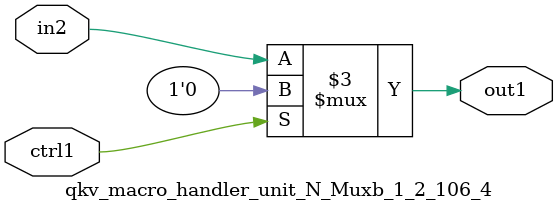
<source format=v>

`timescale 1ps / 1ps


module qkv_macro_handler_unit_N_Muxb_1_2_106_4( in2, ctrl1, out1 );

    input in2;
    input ctrl1;
    output out1;
    reg out1;

    
    // rtl_process:qkv_macro_handler_unit_N_Muxb_1_2_106_4/qkv_macro_handler_unit_N_Muxb_1_2_106_4_thread_1
    always @*
      begin : qkv_macro_handler_unit_N_Muxb_1_2_106_4_thread_1
        case (ctrl1) 
          1'b1: 
            begin
              out1 = 1'b0;
            end
          default: 
            begin
              out1 = in2;
            end
        endcase
      end

endmodule





</source>
